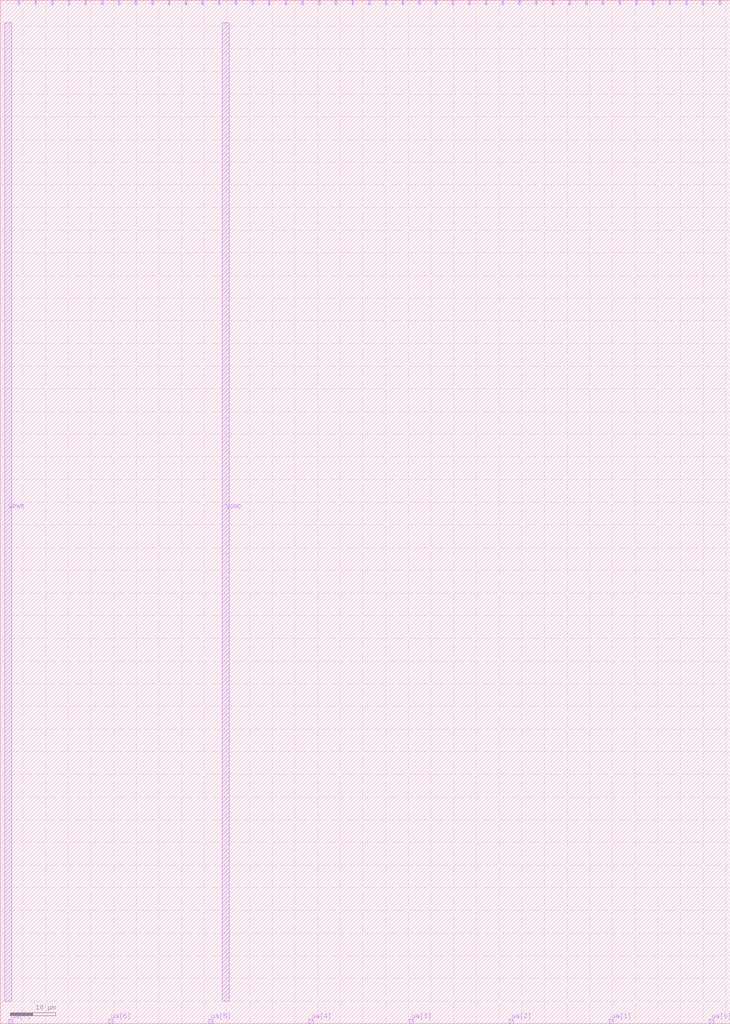
<source format=lef>
VERSION 5.7 ;
  NOWIREEXTENSIONATPIN ON ;
  DIVIDERCHAR "/" ;
  BUSBITCHARS "[]" ;
MACRO tt_um_analog_example
  CLASS BLOCK ;
  FOREIGN tt_um_analog_example ;
  ORIGIN 0.000 0.000 ;
  SIZE 161.000 BY 225.760 ;
  PIN clk
    DIRECTION INPUT ;
    USE SIGNAL ;
    PORT
      LAYER met4 ;
        RECT 154.870 224.760 155.170 225.760 ;
    END
  END clk
  PIN ena
    DIRECTION INPUT ;
    USE SIGNAL ;
    PORT
      LAYER met4 ;
        RECT 158.550 224.760 158.850 225.760 ;
    END
  END ena
  PIN rst_n
    DIRECTION INPUT ;
    USE SIGNAL ;
    PORT
      LAYER met4 ;
        RECT 151.190 224.760 151.490 225.760 ;
    END
  END rst_n
  PIN ua[0]
    DIRECTION INOUT ;
    USE SIGNAL ;
    PORT
      LAYER met4 ;
        RECT 156.410 0.000 157.310 1.000 ;
    END
  END ua[0]
  PIN ua[1]
    DIRECTION INOUT ;
    USE SIGNAL ;
    PORT
      LAYER met4 ;
        RECT 134.330 0.000 135.230 1.000 ;
    END
  END ua[1]
  PIN ua[2]
    DIRECTION INOUT ;
    USE SIGNAL ;
    PORT
      LAYER met4 ;
        RECT 112.250 0.000 113.150 1.000 ;
    END
  END ua[2]
  PIN ua[3]
    DIRECTION INOUT ;
    USE SIGNAL ;
    PORT
      LAYER met4 ;
        RECT 90.170 0.000 91.070 1.000 ;
    END
  END ua[3]
  PIN ua[4]
    DIRECTION INOUT ;
    USE SIGNAL ;
    PORT
      LAYER met4 ;
        RECT 68.090 0.000 68.990 1.000 ;
    END
  END ua[4]
  PIN ua[5]
    DIRECTION INOUT ;
    USE SIGNAL ;
    PORT
      LAYER met4 ;
        RECT 46.010 0.000 46.910 1.000 ;
    END
  END ua[5]
  PIN ua[6]
    DIRECTION INOUT ;
    USE SIGNAL ;
    PORT
      LAYER met4 ;
        RECT 23.930 0.000 24.830 1.000 ;
    END
  END ua[6]
  PIN ua[7]
    DIRECTION INOUT ;
    USE SIGNAL ;
    PORT
      LAYER met4 ;
        RECT 1.850 0.000 2.750 1.000 ;
    END
  END ua[7]
  PIN ui_in[0]
    DIRECTION INPUT ;
    USE SIGNAL ;
    PORT
      LAYER met4 ;
        RECT 147.510 224.760 147.810 225.760 ;
    END
  END ui_in[0]
  PIN ui_in[1]
    DIRECTION INPUT ;
    USE SIGNAL ;
    PORT
      LAYER met4 ;
        RECT 143.830 224.760 144.130 225.760 ;
    END
  END ui_in[1]
  PIN ui_in[2]
    DIRECTION INPUT ;
    USE SIGNAL ;
    PORT
      LAYER met4 ;
        RECT 140.150 224.760 140.450 225.760 ;
    END
  END ui_in[2]
  PIN ui_in[3]
    DIRECTION INPUT ;
    USE SIGNAL ;
    PORT
      LAYER met4 ;
        RECT 136.470 224.760 136.770 225.760 ;
    END
  END ui_in[3]
  PIN ui_in[4]
    DIRECTION INPUT ;
    USE SIGNAL ;
    PORT
      LAYER met4 ;
        RECT 132.790 224.760 133.090 225.760 ;
    END
  END ui_in[4]
  PIN ui_in[5]
    DIRECTION INPUT ;
    USE SIGNAL ;
    PORT
      LAYER met4 ;
        RECT 129.110 224.760 129.410 225.760 ;
    END
  END ui_in[5]
  PIN ui_in[6]
    DIRECTION INPUT ;
    USE SIGNAL ;
    PORT
      LAYER met4 ;
        RECT 125.430 224.760 125.730 225.760 ;
    END
  END ui_in[6]
  PIN ui_in[7]
    DIRECTION INPUT ;
    USE SIGNAL ;
    PORT
      LAYER met4 ;
        RECT 121.750 224.760 122.050 225.760 ;
    END
  END ui_in[7]
  PIN uio_in[0]
    DIRECTION INPUT ;
    USE SIGNAL ;
    PORT
      LAYER met4 ;
        RECT 118.070 224.760 118.370 225.760 ;
    END
  END uio_in[0]
  PIN uio_in[1]
    DIRECTION INPUT ;
    USE SIGNAL ;
    PORT
      LAYER met4 ;
        RECT 114.390 224.760 114.690 225.760 ;
    END
  END uio_in[1]
  PIN uio_in[2]
    DIRECTION INPUT ;
    USE SIGNAL ;
    PORT
      LAYER met4 ;
        RECT 110.710 224.760 111.010 225.760 ;
    END
  END uio_in[2]
  PIN uio_in[3]
    DIRECTION INPUT ;
    USE SIGNAL ;
    PORT
      LAYER met4 ;
        RECT 107.030 224.760 107.330 225.760 ;
    END
  END uio_in[3]
  PIN uio_in[4]
    DIRECTION INPUT ;
    USE SIGNAL ;
    PORT
      LAYER met4 ;
        RECT 103.350 224.760 103.650 225.760 ;
    END
  END uio_in[4]
  PIN uio_in[5]
    DIRECTION INPUT ;
    USE SIGNAL ;
    PORT
      LAYER met4 ;
        RECT 99.670 224.760 99.970 225.760 ;
    END
  END uio_in[5]
  PIN uio_in[6]
    DIRECTION INPUT ;
    USE SIGNAL ;
    PORT
      LAYER met4 ;
        RECT 95.990 224.760 96.290 225.760 ;
    END
  END uio_in[6]
  PIN uio_in[7]
    DIRECTION INPUT ;
    USE SIGNAL ;
    PORT
      LAYER met4 ;
        RECT 92.310 224.760 92.610 225.760 ;
    END
  END uio_in[7]
  PIN uio_oe[0]
    DIRECTION OUTPUT TRISTATE ;
    USE SIGNAL ;
    PORT
      LAYER met4 ;
        RECT 29.750 224.760 30.050 225.760 ;
    END
  END uio_oe[0]
  PIN uio_oe[1]
    DIRECTION OUTPUT TRISTATE ;
    USE SIGNAL ;
    PORT
      LAYER met4 ;
        RECT 26.070 224.760 26.370 225.760 ;
    END
  END uio_oe[1]
  PIN uio_oe[2]
    DIRECTION OUTPUT TRISTATE ;
    USE SIGNAL ;
    PORT
      LAYER met4 ;
        RECT 22.390 224.760 22.690 225.760 ;
    END
  END uio_oe[2]
  PIN uio_oe[3]
    DIRECTION OUTPUT TRISTATE ;
    USE SIGNAL ;
    PORT
      LAYER met4 ;
        RECT 18.710 224.760 19.010 225.760 ;
    END
  END uio_oe[3]
  PIN uio_oe[4]
    DIRECTION OUTPUT TRISTATE ;
    USE SIGNAL ;
    PORT
      LAYER met4 ;
        RECT 15.030 224.760 15.330 225.760 ;
    END
  END uio_oe[4]
  PIN uio_oe[5]
    DIRECTION OUTPUT TRISTATE ;
    USE SIGNAL ;
    PORT
      LAYER met4 ;
        RECT 11.350 224.760 11.650 225.760 ;
    END
  END uio_oe[5]
  PIN uio_oe[6]
    DIRECTION OUTPUT TRISTATE ;
    USE SIGNAL ;
    PORT
      LAYER met4 ;
        RECT 7.670 224.760 7.970 225.760 ;
    END
  END uio_oe[6]
  PIN uio_oe[7]
    DIRECTION OUTPUT TRISTATE ;
    USE SIGNAL ;
    PORT
      LAYER met4 ;
        RECT 3.990 224.760 4.290 225.760 ;
    END
  END uio_oe[7]
  PIN uio_out[0]
    DIRECTION OUTPUT TRISTATE ;
    USE SIGNAL ;
    PORT
      LAYER met4 ;
        RECT 59.190 224.760 59.490 225.760 ;
    END
  END uio_out[0]
  PIN uio_out[1]
    DIRECTION OUTPUT TRISTATE ;
    USE SIGNAL ;
    PORT
      LAYER met4 ;
        RECT 55.510 224.760 55.810 225.760 ;
    END
  END uio_out[1]
  PIN uio_out[2]
    DIRECTION OUTPUT TRISTATE ;
    USE SIGNAL ;
    PORT
      LAYER met4 ;
        RECT 51.830 224.760 52.130 225.760 ;
    END
  END uio_out[2]
  PIN uio_out[3]
    DIRECTION OUTPUT TRISTATE ;
    USE SIGNAL ;
    PORT
      LAYER met4 ;
        RECT 48.150 224.760 48.450 225.760 ;
    END
  END uio_out[3]
  PIN uio_out[4]
    DIRECTION OUTPUT TRISTATE ;
    USE SIGNAL ;
    PORT
      LAYER met4 ;
        RECT 44.470 224.760 44.770 225.760 ;
    END
  END uio_out[4]
  PIN uio_out[5]
    DIRECTION OUTPUT TRISTATE ;
    USE SIGNAL ;
    PORT
      LAYER met4 ;
        RECT 40.790 224.760 41.090 225.760 ;
    END
  END uio_out[5]
  PIN uio_out[6]
    DIRECTION OUTPUT TRISTATE ;
    USE SIGNAL ;
    PORT
      LAYER met4 ;
        RECT 37.110 224.760 37.410 225.760 ;
    END
  END uio_out[6]
  PIN uio_out[7]
    DIRECTION OUTPUT TRISTATE ;
    USE SIGNAL ;
    PORT
      LAYER met4 ;
        RECT 33.430 224.760 33.730 225.760 ;
    END
  END uio_out[7]
  PIN uo_out[0]
    DIRECTION OUTPUT TRISTATE ;
    USE SIGNAL ;
    PORT
      LAYER met4 ;
        RECT 88.630 224.760 88.930 225.760 ;
    END
  END uo_out[0]
  PIN uo_out[1]
    DIRECTION OUTPUT TRISTATE ;
    USE SIGNAL ;
    PORT
      LAYER met4 ;
        RECT 84.950 224.760 85.250 225.760 ;
    END
  END uo_out[1]
  PIN uo_out[2]
    DIRECTION OUTPUT TRISTATE ;
    USE SIGNAL ;
    PORT
      LAYER met4 ;
        RECT 81.270 224.760 81.570 225.760 ;
    END
  END uo_out[2]
  PIN uo_out[3]
    DIRECTION OUTPUT TRISTATE ;
    USE SIGNAL ;
    PORT
      LAYER met4 ;
        RECT 77.590 224.760 77.890 225.760 ;
    END
  END uo_out[3]
  PIN uo_out[4]
    DIRECTION OUTPUT TRISTATE ;
    USE SIGNAL ;
    PORT
      LAYER met4 ;
        RECT 73.910 224.760 74.210 225.760 ;
    END
  END uo_out[4]
  PIN uo_out[5]
    DIRECTION OUTPUT TRISTATE ;
    USE SIGNAL ;
    PORT
      LAYER met4 ;
        RECT 70.230 224.760 70.530 225.760 ;
    END
  END uo_out[5]
  PIN uo_out[6]
    DIRECTION OUTPUT TRISTATE ;
    USE SIGNAL ;
    PORT
      LAYER met4 ;
        RECT 66.550 224.760 66.850 225.760 ;
    END
  END uo_out[6]
  PIN uo_out[7]
    DIRECTION OUTPUT TRISTATE ;
    USE SIGNAL ;
    PORT
      LAYER met4 ;
        RECT 62.870 224.760 63.170 225.760 ;
    END
  END uo_out[7]
  PIN VPWR
    DIRECTION INOUT ;
    USE POWER ;
    PORT
      LAYER met4 ;
        RECT 1.000 5.000 2.500 220.760 ;
    END
  END VPWR
  PIN VGND
    DIRECTION INOUT ;
    USE GROUND ;
    PORT
      LAYER met4 ;
        RECT 49.000 5.000 50.500 220.760 ;
    END
  END VGND
END tt_um_analog_example
END LIBRARY


</source>
